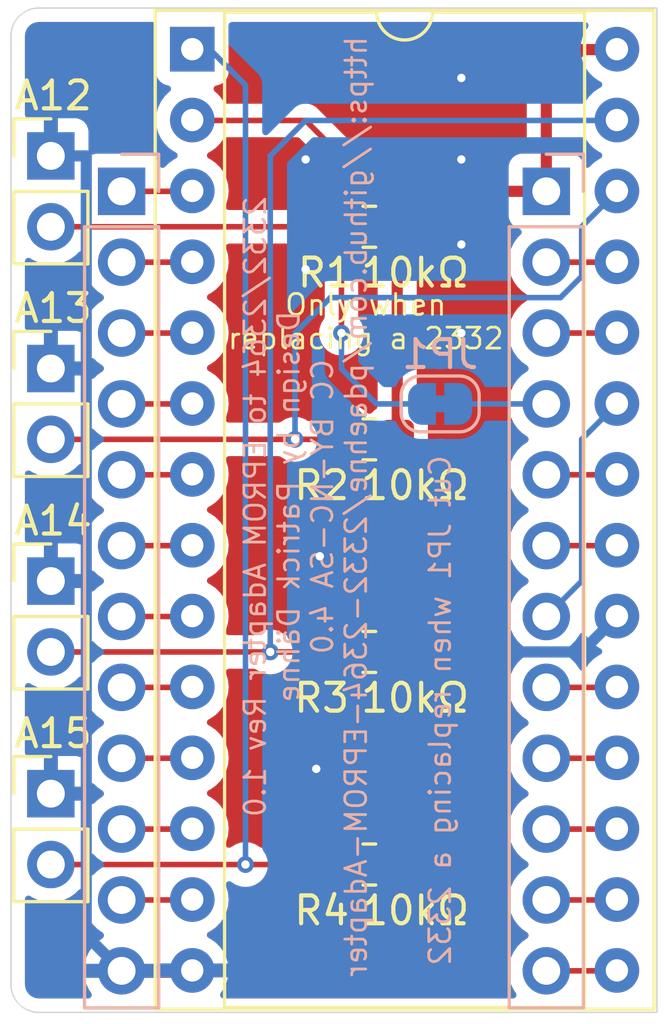
<source format=kicad_pcb>
(kicad_pcb (version 20240108) (generator "pcbnew") (generator_version "8.0")
  (title_block (title "2332/2364 to EPROM Adapter") (date "2024-10-17") (rev "1.0") (company "Patrick Dähne CC BY-NC-SA 4.0"))
  (layers (0 "F.Cu" signal) (31 "B.Cu" signal) (34 "B.Paste" user) (35 "F.Paste" user) (36 "B.SilkS" user "B.Silkscreen") (37 "F.SilkS" user "F.Silkscreen") (38 "B.Mask" user) (39 "F.Mask" user) (44 "Edge.Cuts" user))
  (net 0 "")
  (net 1 "/A7")
  (net 2 "/D2")
  (net 3 "/A2")
  (net 4 "/D0")
  (net 5 "/A4")
  (net 6 "/D1")
  (net 7 "GND")
  (net 8 "/A3")
  (net 9 "/A0")
  (net 10 "/A1")
  (net 11 "/A6")
  (net 12 "/A5")
  (net 13 "/D7")
  (net 14 "/A11")
  (net 15 "/D4")
  (net 16 "/A9")
  (net 17 "/A12")
  (net 18 "/D6")
  (net 19 "/~{CE}")
  (net 20 "VCC")
  (net 21 "/D5")
  (net 22 "/A10")
  (net 23 "/A8")
  (net 24 "/D3")
  (net 25 "/A14_Ext")
  (net 26 "/A13_Ext")
  (net 27 "/A12_Ext")
  (net 28 "/A15_Ext")
  (footprint "Package_DIP:DIP-28_W15.24mm_Socket" (layer "F.Cu") (at 127.757 81.011)
    (property "Reference" "U1" (hide yes))
    (property "Value" "27C512" (hide yes))
    (fp_line (start -1.33 -1.39) (end -1.33 34.41) (stroke (width 0.12)) (layer "F.SilkS"))
    (fp_line (start -1.33 34.41) (end 16.57 34.41) (stroke (width 0.12)) (layer "F.SilkS"))
    (fp_line (start 1.16 -1.33) (end 1.16 34.35) (stroke (width 0.12)) (layer "F.SilkS"))
    (fp_line (start 1.16 34.35) (end 14.08 34.35) (stroke (width 0.12)) (layer "F.SilkS"))
    (fp_line (start 6.62 -1.33) (end 1.16 -1.33) (stroke (width 0.12)) (layer "F.SilkS"))
    (fp_line (start 14.08 -1.33) (end 8.62 -1.33) (stroke (width 0.12)) (layer "F.SilkS"))
    (fp_line (start 14.08 34.35) (end 14.08 -1.33) (stroke (width 0.12)) (layer "F.SilkS"))
    (fp_line (start 16.57 -1.39) (end -1.33 -1.39) (stroke (width 0.12)) (layer "F.SilkS"))
    (fp_line (start 16.57 34.41) (end 16.57 -1.39) (stroke (width 0.12)) (layer "F.SilkS"))
    (fp_arc (start 8.62 -1.33) (mid 7.62 -0.33) (end 6.62 -1.33) (stroke (width 0.12)) (layer "F.SilkS"))
    (pad "1" thru_hole rect (at 0 0) (size 1.6 1.6) (drill 0.8) (layers "*.Cu" "*.Mask") (net 28 "/A15_Ext"))
    (pad "2" thru_hole oval (at 0 2.54) (size 1.6 1.6) (drill 0.8) (layers "*.Cu" "*.Mask") (net 27 "/A12_Ext"))
    (pad "3" thru_hole oval (at 0 5.08) (size 1.6 1.6) (drill 0.8) (layers "*.Cu" "*.Mask") (net 1 "/A7"))
    (pad "4" thru_hole oval (at 0 7.62) (size 1.6 1.6) (drill 0.8) (layers "*.Cu" "*.Mask") (net 11 "/A6"))
    (pad "5" thru_hole oval (at 0 10.16) (size 1.6 1.6) (drill 0.8) (layers "*.Cu" "*.Mask") (net 12 "/A5"))
    (pad "6" thru_hole oval (at 0 12.7) (size 1.6 1.6) (drill 0.8) (layers "*.Cu" "*.Mask") (net 5 "/A4"))
    (pad "7" thru_hole oval (at 0 15.24) (size 1.6 1.6) (drill 0.8) (layers "*.Cu" "*.Mask") (net 8 "/A3"))
    (pad "8" thru_hole oval (at 0 17.78) (size 1.6 1.6) (drill 0.8) (layers "*.Cu" "*.Mask") (net 3 "/A2"))
    (pad "9" thru_hole oval (at 0 20.32) (size 1.6 1.6) (drill 0.8) (layers "*.Cu" "*.Mask") (net 10 "/A1"))
    (pad "10" thru_hole oval (at 0 22.86) (size 1.6 1.6) (drill 0.8) (layers "*.Cu" "*.Mask") (net 9 "/A0"))
    (pad "11" thru_hole oval (at 0 25.4) (size 1.6 1.6) (drill 0.8) (layers "*.Cu" "*.Mask") (net 4 "/D0"))
    (pad "12" thru_hole oval (at 0 27.94) (size 1.6 1.6) (drill 0.8) (layers "*.Cu" "*.Mask") (net 6 "/D1"))
    (pad "13" thru_hole oval (at 0 30.48) (size 1.6 1.6) (drill 0.8) (layers "*.Cu" "*.Mask") (net 2 "/D2"))
    (pad "14" thru_hole oval (at 0 33.02) (size 1.6 1.6) (drill 0.8) (layers "*.Cu" "*.Mask") (net 7 "GND"))
    (pad "15" thru_hole oval (at 15.24 33.02) (size 1.6 1.6) (drill 0.8) (layers "*.Cu" "*.Mask") (net 24 "/D3"))
    (pad "16" thru_hole oval (at 15.24 30.48) (size 1.6 1.6) (drill 0.8) (layers "*.Cu" "*.Mask") (net 15 "/D4"))
    (pad "17" thru_hole oval (at 15.24 27.94) (size 1.6 1.6) (drill 0.8) (layers "*.Cu" "*.Mask") (net 21 "/D5"))
    (pad "18" thru_hole oval (at 15.24 25.4) (size 1.6 1.6) (drill 0.8) (layers "*.Cu" "*.Mask") (net 18 "/D6"))
    (pad "19" thru_hole oval (at 15.24 22.86) (size 1.6 1.6) (drill 0.8) (layers "*.Cu" "*.Mask") (net 13 "/D7"))
    (pad "20" thru_hole oval (at 15.24 20.32) (size 1.6 1.6) (drill 0.8) (layers "*.Cu" "*.Mask") (net 7 "GND"))
    (pad "21" thru_hole oval (at 15.24 17.78) (size 1.6 1.6) (drill 0.8) (layers "*.Cu" "*.Mask") (net 22 "/A10"))
    (pad "22" thru_hole oval (at 15.24 15.24) (size 1.6 1.6) (drill 0.8) (layers "*.Cu" "*.Mask") (net 19 "/~{CE}"))
    (pad "23" thru_hole oval (at 15.24 12.7) (size 1.6 1.6) (drill 0.8) (layers "*.Cu" "*.Mask") (net 14 "/A11"))
    (pad "24" thru_hole oval (at 15.24 10.16) (size 1.6 1.6) (drill 0.8) (layers "*.Cu" "*.Mask") (net 16 "/A9"))
    (pad "25" thru_hole oval (at 15.24 7.62) (size 1.6 1.6) (drill 0.8) (layers "*.Cu" "*.Mask") (net 23 "/A8"))
    (pad "26" thru_hole oval (at 15.24 5.08) (size 1.6 1.6) (drill 0.8) (layers "*.Cu" "*.Mask") (net 26 "/A13_Ext"))
    (pad "27" thru_hole oval (at 15.24 2.54) (size 1.6 1.6) (drill 0.8) (layers "*.Cu" "*.Mask") (net 25 "/A14_Ext"))
    (pad "28" thru_hole oval (at 15.24 0) (size 1.6 1.6) (drill 0.8) (layers "*.Cu" "*.Mask") (net 20 "VCC"))
  )
  (footprint "Resistor_SMD:R_0805_2012Metric_Pad1.20x1.40mm_HandSolder" (layer "F.Cu") (at 134.112 87.376 180)
    (property "Reference" "R1" (at 0.508 -1.65 180) (layer "F.SilkS") (effects (justify right)))
    (property "Value" "10kΩ" (at 0.381 -1.651 180) (layer "F.SilkS") (effects (justify left)))
    (fp_line (start -0.227064 0.735) (end 0.227064 0.735) (stroke (width 0.12)) (layer "F.SilkS"))
    (fp_line (start -0.227064 -0.735) (end 0.227064 -0.735) (stroke (width 0.12)) (layer "F.SilkS"))
    (pad "1" smd roundrect (at -1 0 180) (size 1.2 1.4) (layers "F.Cu" "F.Paste" "F.Mask") (roundrect_rratio 0.208333) (net 20 "VCC"))
    (pad "2" smd roundrect (at 1 0 180) (size 1.2 1.4) (layers "F.Cu" "F.Paste" "F.Mask") (roundrect_rratio 0.208333) (net 27 "/A12_Ext"))
  )
  (footprint "Resistor_SMD:R_0805_2012Metric_Pad1.20x1.40mm_HandSolder" (layer "F.Cu") (at 134.112 110.236 180)
    (property "Reference" "R4" (at 0.635 -1.651 180) (layer "F.SilkS") (effects (justify right)))
    (property "Value" "10kΩ" (at 0.381 -1.651 180) (layer "F.SilkS") (effects (justify left)))
    (fp_line (start -0.227064 0.735) (end 0.227064 0.735) (stroke (width 0.12)) (layer "F.SilkS"))
    (fp_line (start -0.227064 -0.735) (end 0.227064 -0.735) (stroke (width 0.12)) (layer "F.SilkS"))
    (pad "1" smd roundrect (at -1 0 180) (size 1.2 1.4) (layers "F.Cu" "F.Paste" "F.Mask") (roundrect_rratio 0.208333) (net 20 "VCC"))
    (pad "2" smd roundrect (at 1 0 180) (size 1.2 1.4) (layers "F.Cu" "F.Paste" "F.Mask") (roundrect_rratio 0.208333) (net 28 "/A15_Ext"))
  )
  (footprint "Resistor_SMD:R_0805_2012Metric_Pad1.20x1.40mm_HandSolder" (layer "F.Cu") (at 134.112 102.616 180)
    (property "Reference" "R3" (at 0.635 -1.65 180) (layer "F.SilkS") (effects (justify right)))
    (property "Value" "10kΩ" (at 0.381 -1.651 180) (layer "F.SilkS") (effects (justify left)))
    (fp_line (start -0.227064 0.735) (end 0.227064 0.735) (stroke (width 0.12)) (layer "F.SilkS"))
    (fp_line (start -0.227064 -0.735) (end 0.227064 -0.735) (stroke (width 0.12)) (layer "F.SilkS"))
    (pad "1" smd roundrect (at -1 0 180) (size 1.2 1.4) (layers "F.Cu" "F.Paste" "F.Mask") (roundrect_rratio 0.208333) (net 20 "VCC"))
    (pad "2" smd roundrect (at 1 0 180) (size 1.2 1.4) (layers "F.Cu" "F.Paste" "F.Mask") (roundrect_rratio 0.208333) (net 25 "/A14_Ext"))
  )
  (footprint "Connector_PinHeader_2.54mm:PinHeader_1x02_P2.54mm_Vertical" (layer "F.Cu") (at 122.682 100.076)
    (property "Reference" "J3" (hide yes))
    (property "Value" "A14" (hide yes))
    (fp_line (start -1.33 -1.33) (end 0 -1.33) (stroke (width 0.12)) (layer "F.SilkS"))
    (fp_line (start -1.33 0) (end -1.33 -1.33) (stroke (width 0.12)) (layer "F.SilkS"))
    (fp_line (start -1.33 1.27) (end -1.33 3.87) (stroke (width 0.12)) (layer "F.SilkS"))
    (fp_line (start -1.33 1.27) (end 1.33 1.27) (stroke (width 0.12)) (layer "F.SilkS"))
    (fp_line (start -1.33 3.87) (end 1.33 3.87) (stroke (width 0.12)) (layer "F.SilkS"))
    (fp_line (start 1.33 1.27) (end 1.33 3.87) (stroke (width 0.12)) (layer "F.SilkS"))
    (pad "1" thru_hole rect (at 0 0) (size 1.7 1.7) (drill 1) (layers "*.Cu" "*.Mask") (net 7 "GND"))
    (pad "2" thru_hole oval (at 0 2.54) (size 1.7 1.7) (drill 1) (layers "*.Cu" "*.Mask") (net 25 "/A14_Ext"))
  )
  (footprint "Resistor_SMD:R_0805_2012Metric_Pad1.20x1.40mm_HandSolder" (layer "F.Cu") (at 134.112 94.996 180)
    (property "Reference" "R2" (at 0.635 -1.651 180) (layer "F.SilkS") (effects (justify right)))
    (property "Value" "10kΩ" (at 0.381 -1.651 180) (layer "F.SilkS") (effects (justify left)))
    (fp_line (start -0.227064 0.735) (end 0.227064 0.735) (stroke (width 0.12)) (layer "F.SilkS"))
    (fp_line (start -0.227064 -0.735) (end 0.227064 -0.735) (stroke (width 0.12)) (layer "F.SilkS"))
    (pad "1" smd roundrect (at -1 0 180) (size 1.2 1.4) (layers "F.Cu" "F.Paste" "F.Mask") (roundrect_rratio 0.208333) (net 20 "VCC"))
    (pad "2" smd roundrect (at 1 0 180) (size 1.2 1.4) (layers "F.Cu" "F.Paste" "F.Mask") (roundrect_rratio 0.208333) (net 26 "/A13_Ext"))
  )
  (footprint "Connector_PinHeader_2.54mm:PinHeader_1x02_P2.54mm_Vertical" (layer "F.Cu") (at 122.682 84.836)
    (property "Reference" "J1" (hide yes))
    (property "Value" "A12" (hide yes))
    (fp_line (start -1.33 -1.33) (end 0 -1.33) (stroke (width 0.12)) (layer "F.SilkS"))
    (fp_line (start -1.33 0) (end -1.33 -1.33) (stroke (width 0.12)) (layer "F.SilkS"))
    (fp_line (start -1.33 1.27) (end -1.33 3.87) (stroke (width 0.12)) (layer "F.SilkS"))
    (fp_line (start -1.33 1.27) (end 1.33 1.27) (stroke (width 0.12)) (layer "F.SilkS"))
    (fp_line (start -1.33 3.87) (end 1.33 3.87) (stroke (width 0.12)) (layer "F.SilkS"))
    (fp_line (start 1.33 1.27) (end 1.33 3.87) (stroke (width 0.12)) (layer "F.SilkS"))
    (pad "1" thru_hole rect (at 0 0) (size 1.7 1.7) (drill 1) (layers "*.Cu" "*.Mask") (net 7 "GND"))
    (pad "2" thru_hole oval (at 0 2.54) (size 1.7 1.7) (drill 1) (layers "*.Cu" "*.Mask") (net 27 "/A12_Ext"))
  )
  (footprint "Connector_PinHeader_2.54mm:PinHeader_1x02_P2.54mm_Vertical" (layer "F.Cu") (at 122.682 92.456)
    (property "Reference" "J2" (hide yes))
    (property "Value" "A13" (hide yes))
    (fp_line (start -1.33 -1.33) (end 0 -1.33) (stroke (width 0.12)) (layer "F.SilkS"))
    (fp_line (start -1.33 0) (end -1.33 -1.33) (stroke (width 0.12)) (layer "F.SilkS"))
    (fp_line (start -1.33 1.27) (end -1.33 3.87) (stroke (width 0.12)) (layer "F.SilkS"))
    (fp_line (start -1.33 1.27) (end 1.33 1.27) (stroke (width 0.12)) (layer "F.SilkS"))
    (fp_line (start -1.33 3.87) (end 1.33 3.87) (stroke (width 0.12)) (layer "F.SilkS"))
    (fp_line (start 1.33 1.27) (end 1.33 3.87) (stroke (width 0.12)) (layer "F.SilkS"))
    (pad "1" thru_hole rect (at 0 0) (size 1.7 1.7) (drill 1) (layers "*.Cu" "*.Mask") (net 7 "GND"))
    (pad "2" thru_hole oval (at 0 2.54) (size 1.7 1.7) (drill 1) (layers "*.Cu" "*.Mask") (net 26 "/A13_Ext"))
  )
  (footprint "Connector_PinHeader_2.54mm:PinHeader_1x02_P2.54mm_Vertical" (layer "F.Cu") (at 122.682 107.696)
    (property "Reference" "J4" (hide yes))
    (property "Value" "A15" (hide yes))
    (fp_line (start -1.33 -1.33) (end 0 -1.33) (stroke (width 0.12)) (layer "F.SilkS"))
    (fp_line (start -1.33 0) (end -1.33 -1.33) (stroke (width 0.12)) (layer "F.SilkS"))
    (fp_line (start -1.33 1.27) (end -1.33 3.87) (stroke (width 0.12)) (layer "F.SilkS"))
    (fp_line (start -1.33 1.27) (end 1.33 1.27) (stroke (width 0.12)) (layer "F.SilkS"))
    (fp_line (start -1.33 3.87) (end 1.33 3.87) (stroke (width 0.12)) (layer "F.SilkS"))
    (fp_line (start 1.33 1.27) (end 1.33 3.87) (stroke (width 0.12)) (layer "F.SilkS"))
    (pad "1" thru_hole rect (at 0 0) (size 1.7 1.7) (drill 1) (layers "*.Cu" "*.Mask") (net 7 "GND"))
    (pad "2" thru_hole oval (at 0 2.54) (size 1.7 1.7) (drill 1) (layers "*.Cu" "*.Mask") (net 28 "/A15_Ext"))
  )
  (footprint "Connector_PinHeader_2.54mm:PinHeader_1x12_P2.54mm_Vertical" (layer "B.Cu") (at 125.222 86.106 180)
    (property "Reference" "J5" (hide yes))
    (property "Value" "Left Pinheader" (hide yes))
    (fp_line (start 1.33 -1.27) (end -1.33 -1.27) (stroke (width 0.12)) (layer "B.SilkS"))
    (fp_line (start 1.33 -29.27) (end 1.33 -1.27) (stroke (width 0.12)) (layer "B.SilkS"))
    (fp_line (start 1.33 -29.27) (end -1.33 -29.27) (stroke (width 0.12)) (layer "B.SilkS"))
    (fp_line (start 0 1.33) (end -1.33 1.33) (stroke (width 0.12)) (layer "B.SilkS"))
    (fp_line (start -1.33 1.33) (end -1.33 0) (stroke (width 0.12)) (layer "B.SilkS"))
    (fp_line (start -1.33 -29.27) (end -1.33 -1.27) (stroke (width 0.12)) (layer "B.SilkS"))
    (pad "1" thru_hole rect (at 0 0 180) (size 1.7 1.7) (drill 1) (layers "*.Cu" "*.Mask") (net 1 "/A7"))
    (pad "2" thru_hole oval (at 0 -2.54 180) (size 1.7 1.7) (drill 1) (layers "*.Cu" "*.Mask") (net 11 "/A6"))
    (pad "3" thru_hole oval (at 0 -5.08 180) (size 1.7 1.7) (drill 1) (layers "*.Cu" "*.Mask") (net 12 "/A5"))
    (pad "4" thru_hole oval (at 0 -7.62 180) (size 1.7 1.7) (drill 1) (layers "*.Cu" "*.Mask") (net 5 "/A4"))
    (pad "5" thru_hole oval (at 0 -10.16 180) (size 1.7 1.7) (drill 1) (layers "*.Cu" "*.Mask") (net 8 "/A3"))
    (pad "6" thru_hole oval (at 0 -12.7 180) (size 1.7 1.7) (drill 1) (layers "*.Cu" "*.Mask") (net 3 "/A2"))
    (pad "7" thru_hole oval (at 0 -15.24 180) (size 1.7 1.7) (drill 1) (layers "*.Cu" "*.Mask") (net 10 "/A1"))
    (pad "8" thru_hole oval (at 0 -17.78 180) (size 1.7 1.7) (drill 1) (layers "*.Cu" "*.Mask") (net 9 "/A0"))
    (pad "9" thru_hole oval (at 0 -20.32 180) (size 1.7 1.7) (drill 1) (layers "*.Cu" "*.Mask") (net 4 "/D0"))
    (pad "10" thru_hole oval (at 0 -22.86 180) (size 1.7 1.7) (drill 1) (layers "*.Cu" "*.Mask") (net 6 "/D1"))
    (pad "11" thru_hole oval (at 0 -25.4 180) (size 1.7 1.7) (drill 1) (layers "*.Cu" "*.Mask") (net 2 "/D2"))
    (pad "12" thru_hole oval (at 0 -27.94 180) (size 1.7 1.7) (drill 1) (layers "*.Cu" "*.Mask") (net 7 "GND"))
  )
  (footprint "Jumper:SolderJumper-2_P1.3mm_Bridged_RoundedPad1.0x1.5mm" (layer "B.Cu") (at 136.652 93.726)
    (property "Reference" "JP1" (at 0 -1.778 0) (layer "B.SilkS") (effects (justify mirror)))
    (property "Value" "~" (hide yes))
    (fp_poly (pts (xy 0.25 0.3) (xy -0.25 0.3) (xy -0.25 -0.3) (xy 0.25 -0.3)) (fill solid) (layer "B.Cu"))
    (fp_line (start -1.4 0.3) (end -1.4 -0.3) (stroke (width 0.12)) (layer "B.SilkS"))
    (fp_line (start -0.7 -1) (end 0.7 -1) (stroke (width 0.12)) (layer "B.SilkS"))
    (fp_line (start 0.7 1) (end -0.7 1) (stroke (width 0.12)) (layer "B.SilkS"))
    (fp_line (start 1.4 -0.3) (end 1.4 0.3) (stroke (width 0.12)) (layer "B.SilkS"))
    (fp_arc (start -1.4 -0.3) (mid -1.194975 -0.794975) (end -0.7 -1) (stroke (width 0.12)) (layer "B.SilkS"))
    (fp_arc (start -0.7 1) (mid -1.194975 0.794975) (end -1.4 0.3) (stroke (width 0.12)) (layer "B.SilkS"))
    (fp_arc (start 0.7 -1) (mid 1.194975 -0.794975) (end 1.4 -0.3) (stroke (width 0.12)) (layer "B.SilkS"))
    (fp_arc (start 1.4 0.3) (mid 1.194975 0.794975) (end 0.7 1) (stroke (width 0.12)) (layer "B.SilkS"))
    (pad "1" smd custom (at -0.65 0) (size 1 0.5) (layers "B.Cu" "B.Mask") (net 27 "/A12_Ext") (options (clearance outline) (anchor rect)) (primitives (gr_circle (center 0 -0.25) (end 0.5 -0.25) (width 0) (fill yes)) (gr_circle (center 0 0.25) (end 0.5 0.25) (width 0) (fill yes)) (gr_poly (pts (xy 0.5 -0.75) (xy 0 -0.75) (xy 0 0.75) (xy 0.5 0.75)) (width 0) (fill yes))))
    (pad "2" smd custom (at 0.65 0) (size 1 0.5) (layers "B.Cu" "B.Mask") (net 17 "/A12") (options (clearance outline) (anchor rect)) (primitives (gr_circle (center 0 -0.25) (end 0.5 -0.25) (width 0) (fill yes)) (gr_circle (center 0 0.25) (end 0.5 0.25) (width 0) (fill yes)) (gr_poly (pts (xy 0 -0.75) (xy -0.5 -0.75) (xy -0.5 0.75) (xy 0 0.75)) (width 0) (fill yes))))
  )
  (footprint "Connector_PinHeader_2.54mm:PinHeader_1x12_P2.54mm_Vertical" (layer "B.Cu") (at 140.462 86.106 180)
    (property "Reference" "J6" (hide yes))
    (property "Value" "Right Pinheader" (hide yes))
    (fp_line (start 1.33 -1.27) (end -1.33 -1.27) (stroke (width 0.12)) (layer "B.SilkS"))
    (fp_line (start 1.33 -29.27) (end 1.33 -1.27) (stroke (width 0.12)) (layer "B.SilkS"))
    (fp_line (start 1.33 -29.27) (end -1.33 -29.27) (stroke (width 0.12)) (layer "B.SilkS"))
    (fp_line (start 0 1.33) (end -1.33 1.33) (stroke (width 0.12)) (layer "B.SilkS"))
    (fp_line (start -1.33 1.33) (end -1.33 0) (stroke (width 0.12)) (layer "B.SilkS"))
    (fp_line (start -1.33 -29.27) (end -1.33 -1.27) (stroke (width 0.12)) (layer "B.SilkS"))
    (pad "1" thru_hole rect (at 0 0 180) (size 1.7 1.7) (drill 1) (layers "*.Cu" "*.Mask") (net 20 "VCC"))
    (pad "2" thru_hole oval (at 0 -2.54 180) (size 1.7 1.7) (drill 1) (layers "*.Cu" "*.Mask") (net 23 "/A8"))
    (pad "3" thru_hole oval (at 0 -5.08 180) (size 1.7 1.7) (drill 1) (layers "*.Cu" "*.Mask") (net 16 "/A9"))
    (pad "4" thru_hole oval (at 0 -7.62 180) (size 1.7 1.7) (drill 1) (layers "*.Cu" "*.Mask") (net 17 "/A12"))
    (pad "5" thru_hole oval (at 0 -10.16 180) (size 1.7 1.7) (drill 1) (layers "*.Cu" "*.Mask") (net 19 "/~{CE}"))
    (pad "6" thru_hole oval (at 0 -12.7 180) (size 1.7 1.7) (drill 1) (layers "*.Cu" "*.Mask") (net 22 "/A10"))
    (pad "7" thru_hole oval (at 0 -15.24 180) (size 1.7 1.7) (drill 1) (layers "*.Cu" "*.Mask") (net 14 "/A11"))
    (pad "8" thru_hole oval (at 0 -17.78 180) (size 1.7 1.7) (drill 1) (layers "*.Cu" "*.Mask") (net 13 "/D7"))
    (pad "9" thru_hole oval (at 0 -20.32 180) (size 1.7 1.7) (drill 1) (layers "*.Cu" "*.Mask") (net 18 "/D6"))
    (pad "10" thru_hole oval (at 0 -22.86 180) (size 1.7 1.7) (drill 1) (layers "*.Cu" "*.Mask") (net 21 "/D5"))
    (pad "11" thru_hole oval (at 0 -25.4 180) (size 1.7 1.7) (drill 1) (layers "*.Cu" "*.Mask") (net 15 "/D4"))
    (pad "12" thru_hole oval (at 0 -27.94 180) (size 1.7 1.7) (drill 1) (layers "*.Cu" "*.Mask") (net 24 "/D3"))
  )
  (gr_arc (start 121.252 80.536) (mid 121.544893 79.828893) (end 122.252 79.536) (stroke (width 0.05)) (layer "Edge.Cuts"))
  (gr_line (start 122.252 79.536) (end 144.432 79.536) (stroke (width 0.05)) (layer "Edge.Cuts"))
  (gr_line (start 122.252 115.536) (end 144.432 115.536) (stroke (width 0.05)) (layer "Edge.Cuts"))
  (gr_line (start 144.432 79.536) (end 144.432 115.536) (stroke (width 0.05)) (layer "Edge.Cuts"))
  (gr_line (start 121.252 80.536) (end 121.252 114.536) (stroke (width 0.05)) (layer "Edge.Cuts"))
  (gr_arc (start 122.252 115.536) (mid 121.544893 115.243107) (end 121.252 114.536) (stroke (width 0.05)) (layer "Edge.Cuts"))
  (gr_text "2332/2364 to EPROM Adapter Rev 1.0\nDesign by Patrick Dähne\nCC BY-NC-SA 4.0\nhttps://github.com/pdaehne/2332-2364-EPROM-Adapter" (at 131.826 97.409 90) (layer "B.SilkS") (effects (font (size 0.75 0.75) (thickness 0.1)) (justify mirror)))
  (gr_text "Cut JP1 when replacing a 2332" (at 136.652 95.504 90) (layer "B.SilkS") (effects (font (size 0.75 0.75) (thickness 0.1)) (justify left mirror)))
  (gr_text "A14" (at 121.285 97.917 0) (layer "F.SilkS") (effects (font (size 1 1)) (justify left)))
  (gr_text "A12" (at 121.285 82.677 0) (layer "F.SilkS") (effects (font (size 1 1)) (justify left)))
  (gr_text "A13" (at 121.285 90.297 0) (layer "F.SilkS") (effects (font (size 1 1)) (justify left)))
  (gr_text "A15\n" (at 121.285 105.537 0) (layer "F.SilkS") (effects (font (size 1 1)) (justify left)))
  (gr_text "Only when\nreplacing a 2332" (at 133.985 91.821 0) (layer "F.SilkS") (effects (font (size 0.75 0.75) (thickness 0.1)) (justify bottom)))
  (segment (start 125.222 86.106) (end 127.762 86.106) (width 0.2) (layer "F.Cu") (net 1))
  (segment (start 125.222 111.506) (end 127.762 111.506) (width 0.2) (layer "F.Cu") (net 2))
  (segment (start 125.222 98.806) (end 127.762 98.806) (width 0.2) (layer "F.Cu") (net 3))
  (segment (start 125.222 106.426) (end 127.762 106.426) (width 0.2) (layer "F.Cu") (net 4))
  (segment (start 125.222 93.726) (end 127.762 93.726) (width 0.2) (layer "F.Cu") (net 5))
  (segment (start 125.222 108.966) (end 127.762 108.966) (width 0.2) (layer "F.Cu") (net 6))
  (segment (start 125.222 114.046) (end 127.762 114.046) (width 0.5) (layer "F.Cu") (net 7))
  (via (at 137.414 84.963) (size 0.6) (drill 0.3) (layers "F.Cu" "B.Cu") (net 7))
  (via (at 132.334 99.187) (size 0.6) (drill 0.3) (layers "F.Cu" "B.Cu") (net 7))
  (via (at 131.826 88.9) (size 0.6) (drill 0.3) (layers "F.Cu" "B.Cu") (net 7))
  (via (at 132.207 106.807) (size 0.6) (drill 0.3) (layers "F.Cu" "B.Cu") (net 7))
  (via (at 137.414 91.186) (size 0.6) (drill 0.3) (layers "F.Cu" "B.Cu") (net 7))
  (via (at 131.826 84.963) (size 0.6) (drill 0.3) (layers "F.Cu" "B.Cu") (net 7))
  (via (at 137.414 82.042) (size 0.6) (drill 0.3) (layers "F.Cu" "B.Cu") (net 7))
  (via (at 137.414 88.011) (size 0.6) (drill 0.3) (layers "F.Cu" "B.Cu") (net 7))
  (segment (start 143.002 101.346) (end 141.732 102.616) (width 0.4) (layer "B.Cu") (net 7))
  (segment (start 123.952 112.776) (end 123.952 107.696) (width 0.4) (layer "B.Cu") (net 7))
  (segment (start 123.952 92.456) (end 123.952 100.076) (width 0.4) (layer "B.Cu") (net 7))
  (segment (start 137.414 103.886) (end 137.414 112.776) (width 0.4) (layer "B.Cu") (net 7))
  (segment (start 122.682 84.836) (end 123.952 84.836) (width 0.4) (layer "B.Cu") (net 7))
  (segment (start 138.684 102.616) (end 137.414 103.886) (width 0.4) (layer "B.Cu") (net 7))
  (segment (start 123.952 100.076) (end 123.952 107.696) (width 0.4) (layer "B.Cu") (net 7))
  (segment (start 122.682 92.456) (end 123.952 92.456) (width 0.4) (layer "B.Cu") (net 7))
  (segment (start 122.682 107.696) (end 123.952 107.696) (width 0.4) (layer "B.Cu") (net 7))
  (segment (start 137.414 112.776) (end 136.144 114.046) (width 0.4) (layer "B.Cu") (net 7))
  (segment (start 123.952 84.836) (end 123.952 92.456) (width 0.4) (layer "B.Cu") (net 7))
  (segment (start 125.222 114.046) (end 123.952 112.776) (width 0.4) (layer "B.Cu") (net 7))
  (segment (start 122.682 100.076) (end 123.952 100.076) (width 0.4) (layer "B.Cu") (net 7))
  (segment (start 141.732 102.616) (end 138.684 102.616) (width 0.4) (layer "B.Cu") (net 7))
  (segment (start 136.144 114.046) (end 127.762 114.046) (width 0.4) (layer "B.Cu") (net 7))
  (segment (start 125.222 96.266) (end 127.762 96.266) (width 0.2) (layer "F.Cu") (net 8))
  (segment (start 125.222 103.886) (end 127.762 103.886) (width 0.2) (layer "F.Cu") (net 9))
  (segment (start 125.222 101.346) (end 127.762 101.346) (width 0.2) (layer "F.Cu") (net 10))
  (segment (start 125.222 88.646) (end 127.762 88.646) (width 0.2) (layer "F.Cu") (net 11))
  (segment (start 125.222 91.186) (end 127.762 91.186) (width 0.2) (layer "F.Cu") (net 12))
  (segment (start 140.462 103.886) (end 143.002 103.886) (width 0.2) (layer "F.Cu") (net 13))
  (segment (start 141.732 100.076) (end 141.732 94.996) (width 0.2) (layer "B.Cu") (net 14))
  (segment (start 140.462 101.346) (end 141.732 100.076) (width 0.2) (layer "B.Cu") (net 14))
  (segment (start 141.732 94.996) (end 143.002 93.726) (width 0.2) (layer "B.Cu") (net 14))
  (segment (start 140.462 111.506) (end 143.002 111.506) (width 0.2) (layer "F.Cu") (net 15))
  (segment (start 140.462 91.186) (end 143.002 91.186) (width 0.2) (layer "F.Cu") (net 16))
  (segment (start 137.302 93.726) (end 140.462 93.726) (width 0.2) (layer "B.Cu") (net 17))
  (segment (start 140.462 106.426) (end 143.002 106.426) (width 0.2) (layer "F.Cu") (net 18))
  (segment (start 140.462 96.266) (end 143.002 96.266) (width 0.2) (layer "F.Cu") (net 19))
  (segment (start 140.462 86.106) (end 136.382 86.106) (width 0.4) (layer "F.Cu") (net 20))
  (segment (start 136.382 86.106) (end 135.112 87.376) (width 0.4) (layer "F.Cu") (net 20))
  (segment (start 141.732 81.026) (end 143.002 81.026) (width 0.4) (layer "F.Cu") (net 20))
  (segment (start 135.112 102.616) (end 135.112 110.236) (width 0.4) (layer "F.Cu") (net 20))
  (segment (start 140.462 86.106) (end 140.462 82.296) (width 0.4) (layer "F.Cu") (net 20))
  (segment (start 140.462 82.296) (end 141.732 81.026) (width 0.4) (layer "F.Cu") (net 20))
  (segment (start 135.112 87.376) (end 135.112 94.996) (width 0.4) (layer "F.Cu") (net 20))
  (segment (start 135.112 94.996) (end 135.112 102.616) (width 0.4) (layer "F.Cu") (net 20))
  (segment (start 140.462 108.966) (end 143.002 108.966) (width 0.2) (layer "F.Cu") (net 21))
  (segment (start 140.462 98.806) (end 143.002 98.806) (width 0.2) (layer "F.Cu") (net 22))
  (segment (start 140.462 88.646) (end 143.002 88.646) (width 0.2) (layer "F.Cu") (net 23))
  (segment (start 140.462 114.046) (end 143.002 114.046) (width 0.2) (layer "F.Cu") (net 24))
  (segment (start 133.112 102.616) (end 122.682 102.616) (width 0.2) (layer "F.Cu") (net 25))
  (via (at 130.556 102.616) (size 0.6) (drill 0.3) (layers "F.Cu" "B.Cu") (net 25))
  (segment (start 131.826 83.566) (end 130.556 84.836) (width 0.2) (layer "B.Cu") (net 25))
  (segment (start 143.002 83.566) (end 131.826 83.566) (width 0.2) (layer "B.Cu") (net 25))
  (segment (start 130.556 84.836) (end 130.556 102.616) (width 0.2) (layer "B.Cu") (net 25))
  (segment (start 133.112 94.996) (end 131.572 94.996) (width 0.2) (layer "F.Cu") (net 26))
  (segment (start 131.572 94.996) (end 122.682 94.996) (width 0.2) (layer "F.Cu") (net 26))
  (via (at 131.445 94.996) (size 0.6) (drill 0.3) (layers "F.Cu" "B.Cu") (net 26))
  (segment (start 141.732 89.154) (end 140.97 89.916) (width 0.2) (layer "B.Cu") (net 26))
  (segment (start 141.732 87.376) (end 141.732 89.154) (width 0.2) (layer "B.Cu") (net 26))
  (segment (start 143.002 86.106) (end 141.732 87.376) (width 0.2) (layer "B.Cu") (net 26))
  (segment (start 140.97 89.916) (end 132.715 89.916) (width 0.2) (layer "B.Cu") (net 26))
  (segment (start 132.715 89.916) (end 131.445 91.186) (width 0.2) (layer "B.Cu") (net 26))
  (segment (start 131.445 91.186) (end 131.445 94.996) (width 0.2) (layer "B.Cu") (net 26))
  (segment (start 131.826 83.566) (end 133.112 84.852) (width 0.2) (layer "F.Cu") (net 27))
  (segment (start 133.112 91.186) (end 133.112 87.376) (width 0.2) (layer "F.Cu") (net 27))
  (segment (start 133.112 84.852) (end 133.112 87.376) (width 0.2) (layer "F.Cu") (net 27))
  (segment (start 133.112 87.376) (end 122.682 87.376) (width 0.2) (layer "F.Cu") (net 27))
  (segment (start 127.762 83.566) (end 131.826 83.566) (width 0.2) (layer "F.Cu") (net 27))
  (via (at 133.112 91.186) (size 0.6) (drill 0.3) (layers "F.Cu" "B.Cu") (net 27))
  (segment (start 133.112 91.186) (end 133.112 92.472) (width 0.2) (layer "B.Cu") (net 27))
  (segment (start 134.366 93.726) (end 136.002 93.726) (width 0.2) (layer "B.Cu") (net 27))
  (segment (start 133.112 92.472) (end 134.366 93.726) (width 0.2) (layer "B.Cu") (net 27))
  (segment (start 133.112 110.236) (end 122.682 110.236) (width 0.2) (layer "F.Cu") (net 28))
  (via (at 129.667 110.236) (size 0.6) (drill 0.3) (layers "F.Cu" "B.Cu") (net 28))
  (segment (start 129.667 110.236) (end 129.667 82.296) (width 0.2) (layer "B.Cu") (net 28))
  (segment (start 128.397 81.026) (end 127.762 81.026) (width 0.2) (layer "B.Cu") (net 28))
  (segment (start 129.667 82.296) (end 128.397 81.026) (width 0.2) (layer "B.Cu") (net 28))
  (zone (net 7) (net_name "GND") (layers "F&B.Cu") (connect_pads (clearance 0.5)) (min_thickness 0.25) (fill yes (thermal_gap 0.5) (thermal_bridge_width 0.5) (island_removal_mode 2) (island_area_min 10))
    (polygon (pts (xy 120.904 79.248) (xy 120.904 115.951) (xy 144.78 115.951) (xy 144.78 79.248)))
  )
)
</source>
